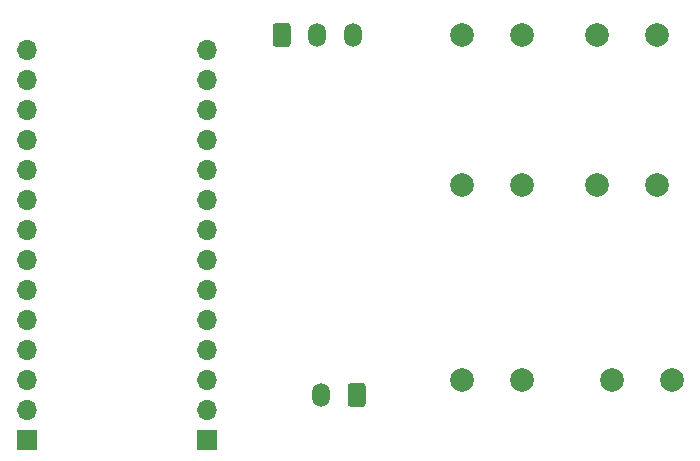
<source format=gbl>
%TF.GenerationSoftware,KiCad,Pcbnew,(5.1.9)-1*%
%TF.CreationDate,2021-03-07T15:01:53-08:00*%
%TF.ProjectId,lightbar-pcb,6c696768-7462-4617-922d-7063622e6b69,rev?*%
%TF.SameCoordinates,Original*%
%TF.FileFunction,Copper,L2,Bot*%
%TF.FilePolarity,Positive*%
%FSLAX46Y46*%
G04 Gerber Fmt 4.6, Leading zero omitted, Abs format (unit mm)*
G04 Created by KiCad (PCBNEW (5.1.9)-1) date 2021-03-07 15:01:53*
%MOMM*%
%LPD*%
G01*
G04 APERTURE LIST*
%TA.AperFunction,ComponentPad*%
%ADD10C,2.000000*%
%TD*%
%TA.AperFunction,ComponentPad*%
%ADD11O,1.500000X2.020000*%
%TD*%
%TA.AperFunction,ComponentPad*%
%ADD12R,1.700000X1.700000*%
%TD*%
%TA.AperFunction,ComponentPad*%
%ADD13O,1.700000X1.700000*%
%TD*%
G04 APERTURE END LIST*
D10*
%TO.P,SW6,2*%
%TO.N,Net-(J3-Pad3)*%
X120650000Y-78740000D03*
%TO.P,SW6,1*%
%TO.N,Net-(J1-Pad1)*%
X115570000Y-78740000D03*
%TD*%
%TO.P,SW5,2*%
%TO.N,Net-(J3-Pad4)*%
X107950000Y-78740000D03*
%TO.P,SW5,1*%
%TO.N,Net-(J1-Pad1)*%
X102870000Y-78740000D03*
%TD*%
%TO.P,SW4,2*%
%TO.N,Net-(J3-Pad5)*%
X119380000Y-62230000D03*
%TO.P,SW4,1*%
%TO.N,Net-(J1-Pad1)*%
X114300000Y-62230000D03*
%TD*%
%TO.P,SW3,2*%
%TO.N,Net-(J3-Pad6)*%
X119380000Y-49530000D03*
%TO.P,SW3,1*%
%TO.N,Net-(J1-Pad1)*%
X114300000Y-49530000D03*
%TD*%
%TO.P,SW2,2*%
%TO.N,Net-(J3-Pad7)*%
X107950000Y-62230000D03*
%TO.P,SW2,1*%
%TO.N,Net-(J1-Pad1)*%
X102870000Y-62230000D03*
%TD*%
%TO.P,SW1,2*%
%TO.N,Net-(J3-Pad8)*%
X107950000Y-49530000D03*
%TO.P,SW1,1*%
%TO.N,Net-(J1-Pad1)*%
X102870000Y-49530000D03*
%TD*%
D11*
%TO.P,J4,3*%
%TO.N,Net-(J1-Pad2)*%
X93630000Y-49530000D03*
%TO.P,J4,2*%
%TO.N,Net-(J2-Pad9)*%
X90630000Y-49530000D03*
%TO.P,J4,1*%
%TO.N,Net-(J1-Pad1)*%
%TA.AperFunction,ComponentPad*%
G36*
G01*
X86880000Y-50290000D02*
X86880000Y-48770000D01*
G75*
G02*
X87130000Y-48520000I250000J0D01*
G01*
X88130000Y-48520000D01*
G75*
G02*
X88380000Y-48770000I0J-250000D01*
G01*
X88380000Y-50290000D01*
G75*
G02*
X88130000Y-50540000I-250000J0D01*
G01*
X87130000Y-50540000D01*
G75*
G02*
X86880000Y-50290000I0J250000D01*
G01*
G37*
%TD.AperFunction*%
%TD*%
%TO.P,J1,2*%
%TO.N,Net-(J1-Pad2)*%
X90980000Y-80010000D03*
%TO.P,J1,1*%
%TO.N,Net-(J1-Pad1)*%
%TA.AperFunction,ComponentPad*%
G36*
G01*
X94730000Y-79250000D02*
X94730000Y-80770000D01*
G75*
G02*
X94480000Y-81020000I-250000J0D01*
G01*
X93480000Y-81020000D01*
G75*
G02*
X93230000Y-80770000I0J250000D01*
G01*
X93230000Y-79250000D01*
G75*
G02*
X93480000Y-79000000I250000J0D01*
G01*
X94480000Y-79000000D01*
G75*
G02*
X94730000Y-79250000I0J-250000D01*
G01*
G37*
%TD.AperFunction*%
%TD*%
D12*
%TO.P,J2,1*%
%TO.N,Net-(J2-Pad1)*%
X81280000Y-83820000D03*
D13*
%TO.P,J2,2*%
%TO.N,Net-(J2-Pad2)*%
X81280000Y-81280000D03*
%TO.P,J2,3*%
%TO.N,Net-(J2-Pad3)*%
X81280000Y-78740000D03*
%TO.P,J2,4*%
%TO.N,Net-(J2-Pad4)*%
X81280000Y-76200000D03*
%TO.P,J2,5*%
%TO.N,Net-(J1-Pad1)*%
X81280000Y-73660000D03*
%TO.P,J2,6*%
%TO.N,Net-(J2-Pad6)*%
X81280000Y-71120000D03*
%TO.P,J2,7*%
%TO.N,Net-(J1-Pad2)*%
X81280000Y-68580000D03*
%TO.P,J2,8*%
%TO.N,Net-(J2-Pad8)*%
X81280000Y-66040000D03*
%TO.P,J2,9*%
%TO.N,Net-(J2-Pad9)*%
X81280000Y-63500000D03*
%TO.P,J2,10*%
%TO.N,Net-(J2-Pad10)*%
X81280000Y-60960000D03*
%TO.P,J2,11*%
%TO.N,Net-(J2-Pad11)*%
X81280000Y-58420000D03*
%TO.P,J2,12*%
%TO.N,Net-(J2-Pad12)*%
X81280000Y-55880000D03*
%TO.P,J2,13*%
%TO.N,Net-(J2-Pad13)*%
X81280000Y-53340000D03*
%TO.P,J2,14*%
%TO.N,Net-(J2-Pad14)*%
X81280000Y-50800000D03*
%TD*%
%TO.P,J3,14*%
%TO.N,Net-(J3-Pad14)*%
X66040000Y-50800000D03*
%TO.P,J3,13*%
%TO.N,Net-(J3-Pad13)*%
X66040000Y-53340000D03*
%TO.P,J3,12*%
%TO.N,Net-(J3-Pad12)*%
X66040000Y-55880000D03*
%TO.P,J3,11*%
%TO.N,Net-(J3-Pad11)*%
X66040000Y-58420000D03*
%TO.P,J3,10*%
%TO.N,Net-(J3-Pad10)*%
X66040000Y-60960000D03*
%TO.P,J3,9*%
%TO.N,Net-(J3-Pad9)*%
X66040000Y-63500000D03*
%TO.P,J3,8*%
%TO.N,Net-(J3-Pad8)*%
X66040000Y-66040000D03*
%TO.P,J3,7*%
%TO.N,Net-(J3-Pad7)*%
X66040000Y-68580000D03*
%TO.P,J3,6*%
%TO.N,Net-(J3-Pad6)*%
X66040000Y-71120000D03*
%TO.P,J3,5*%
%TO.N,Net-(J3-Pad5)*%
X66040000Y-73660000D03*
%TO.P,J3,4*%
%TO.N,Net-(J3-Pad4)*%
X66040000Y-76200000D03*
%TO.P,J3,3*%
%TO.N,Net-(J3-Pad3)*%
X66040000Y-78740000D03*
%TO.P,J3,2*%
%TO.N,Net-(J3-Pad2)*%
X66040000Y-81280000D03*
D12*
%TO.P,J3,1*%
%TO.N,Net-(J3-Pad1)*%
X66040000Y-83820000D03*
%TD*%
M02*

</source>
